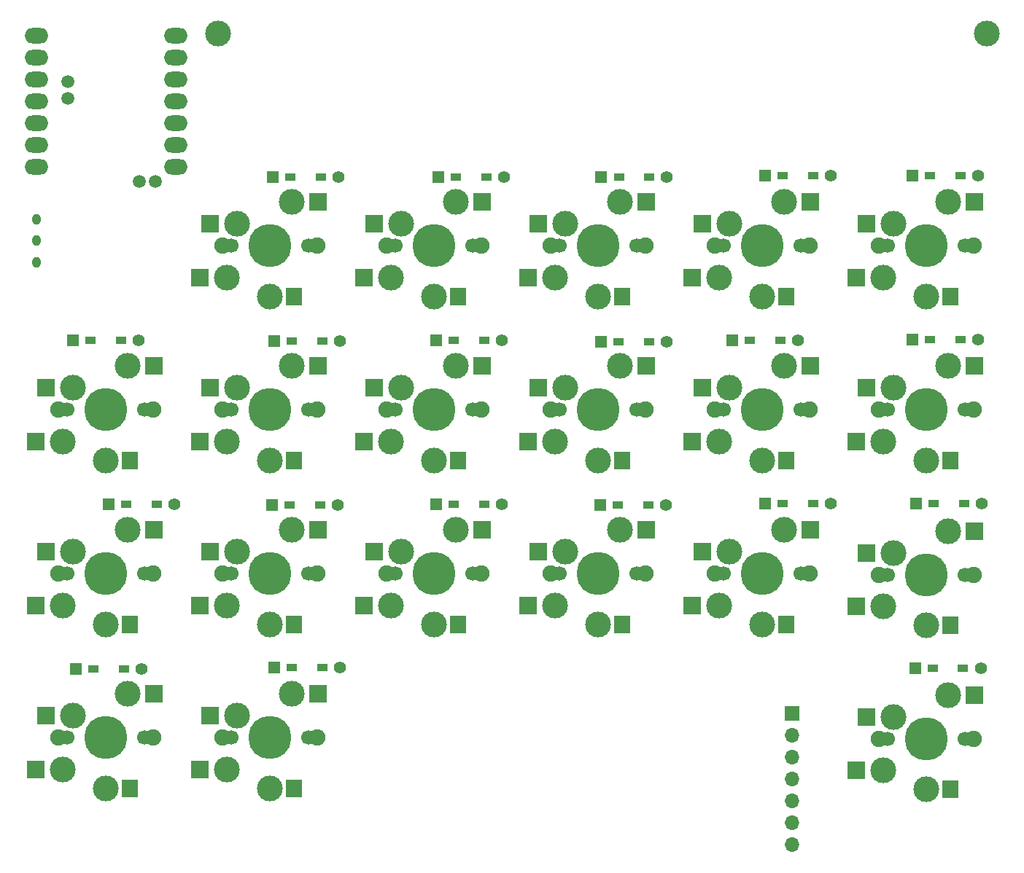
<source format=gbr>
%TF.GenerationSoftware,KiCad,Pcbnew,8.0.7*%
%TF.CreationDate,2025-02-26T14:12:20+09:00*%
%TF.ProjectId,cool642tb_R,636f6f6c-3634-4327-9462-5f522e6b6963,rev?*%
%TF.SameCoordinates,Original*%
%TF.FileFunction,Soldermask,Bot*%
%TF.FilePolarity,Negative*%
%FSLAX46Y46*%
G04 Gerber Fmt 4.6, Leading zero omitted, Abs format (unit mm)*
G04 Created by KiCad (PCBNEW 8.0.7) date 2025-02-26 14:12:20*
%MOMM*%
%LPD*%
G01*
G04 APERTURE LIST*
%ADD10R,1.397000X1.397000*%
%ADD11R,1.300000X0.950000*%
%ADD12C,1.397000*%
%ADD13C,1.900000*%
%ADD14C,1.700000*%
%ADD15C,3.000000*%
%ADD16C,5.000000*%
%ADD17R,2.000000X2.000000*%
%ADD18R,1.900000X2.000000*%
%ADD19O,1.000000X1.300000*%
%ADD20O,2.750000X1.800000*%
%ADD21C,1.500000*%
%ADD22R,1.700000X1.700000*%
%ADD23O,1.700000X1.700000*%
G04 APERTURE END LIST*
D10*
%TO.C,D7*%
X19340000Y-30010000D03*
D11*
X21375000Y-30010000D03*
X24925000Y-30010000D03*
D12*
X26960000Y-30010000D03*
%TD*%
D10*
%TO.C,D11*%
X38370000Y-30100000D03*
D11*
X40405000Y-30100000D03*
X43955000Y-30100000D03*
D12*
X45990000Y-30100000D03*
%TD*%
D13*
%TO.C,SW1*%
X-5500000Y0D03*
D14*
X-5080000Y0D03*
D15*
X-5000000Y-3700000D03*
D14*
X-4500000Y0D03*
D15*
X-3810000Y2540000D03*
D16*
X0Y0D03*
D15*
X0Y-5900000D03*
X2540000Y5080000D03*
D14*
X4500000Y0D03*
X5080000Y0D03*
D13*
X5500000Y0D03*
D17*
X-8100000Y-3700000D03*
X-6900000Y2540000D03*
D18*
X2800000Y-5900000D03*
D17*
X5600000Y5080000D03*
%TD*%
D10*
%TO.C,D20*%
X74900000Y-49060000D03*
D11*
X76935000Y-49060000D03*
X80485000Y-49060000D03*
D12*
X82520000Y-49060000D03*
%TD*%
D13*
%TO.C,SW8*%
X-24550000Y-38100000D03*
D14*
X-24130000Y-38100000D03*
D15*
X-24050000Y-41800000D03*
D14*
X-23550000Y-38100000D03*
D15*
X-22860000Y-35560000D03*
D16*
X-19050000Y-38100000D03*
D15*
X-19050000Y-44000000D03*
X-16510000Y-33020000D03*
D14*
X-14550000Y-38100000D03*
X-13970000Y-38100000D03*
D13*
X-13550000Y-38100000D03*
D17*
X-27150000Y-41800000D03*
X-25950000Y-35560000D03*
D18*
X-16250000Y-44000000D03*
D17*
X-13450000Y-33020000D03*
%TD*%
D10*
%TO.C,D13*%
X57500000Y8140000D03*
D11*
X59535000Y8140000D03*
X63085000Y8140000D03*
D12*
X65120000Y8140000D03*
%TD*%
D13*
%TO.C,SW15*%
X51650000Y-38100000D03*
D14*
X52070000Y-38100000D03*
D15*
X52150000Y-41800000D03*
D14*
X52650000Y-38100000D03*
D15*
X53340000Y-35560000D03*
D16*
X57150000Y-38100000D03*
D15*
X57150000Y-44000000D03*
X59690000Y-33020000D03*
D14*
X61650000Y-38100000D03*
X62230000Y-38100000D03*
D13*
X62650000Y-38100000D03*
D17*
X49050000Y-41800000D03*
X50250000Y-35560000D03*
D18*
X59950000Y-44000000D03*
D17*
X62750000Y-33020000D03*
%TD*%
D13*
%TO.C,SW16*%
X-5500000Y-57150000D03*
D14*
X-5080000Y-57150000D03*
D15*
X-5000000Y-60850000D03*
D14*
X-4500000Y-57150000D03*
D15*
X-3810000Y-54610000D03*
D16*
X0Y-57150000D03*
D15*
X0Y-63050000D03*
X2540000Y-52070000D03*
D14*
X4500000Y-57150000D03*
X5080000Y-57150000D03*
D13*
X5500000Y-57150000D03*
D17*
X-8100000Y-60850000D03*
X-6900000Y-54610000D03*
D18*
X2800000Y-63050000D03*
D17*
X5600000Y-52070000D03*
%TD*%
D19*
%TO.C,SW21*%
X-27100000Y-1890000D03*
X-27100000Y610000D03*
X-27100000Y3110000D03*
%TD*%
D13*
%TO.C,SW13*%
X51650000Y0D03*
D14*
X52070000Y0D03*
D15*
X52150000Y-3700000D03*
D14*
X52650000Y0D03*
D15*
X53340000Y2540000D03*
D16*
X57150000Y0D03*
D15*
X57150000Y-5900000D03*
X59690000Y5080000D03*
D14*
X61650000Y0D03*
X62230000Y0D03*
D13*
X62650000Y0D03*
D17*
X49050000Y-3700000D03*
X50250000Y2540000D03*
D18*
X59950000Y-5900000D03*
D17*
X62750000Y5080000D03*
%TD*%
D10*
%TO.C,D15*%
X57500000Y-29950000D03*
D11*
X59535000Y-29950000D03*
X63085000Y-29950000D03*
D12*
X65120000Y-29950000D03*
%TD*%
D10*
%TO.C,D1*%
X350000Y8000000D03*
D11*
X2385000Y8000000D03*
X5935000Y8000000D03*
D12*
X7970000Y8000000D03*
%TD*%
D10*
%TO.C,D9*%
X38490000Y8000000D03*
D11*
X40525000Y8000000D03*
X44075000Y8000000D03*
D12*
X46110000Y8000000D03*
%TD*%
D10*
%TO.C,D17*%
X74630000Y8180000D03*
D11*
X76665000Y8180000D03*
X80215000Y8180000D03*
D12*
X82250000Y8180000D03*
%TD*%
D10*
%TO.C,D4*%
X-22850000Y-10950000D03*
D11*
X-20815000Y-10950000D03*
X-17265000Y-10950000D03*
D12*
X-15230000Y-10950000D03*
%TD*%
D10*
%TO.C,D16*%
X520000Y-48970000D03*
D11*
X2555000Y-48970000D03*
X6105000Y-48970000D03*
D12*
X8140000Y-48970000D03*
%TD*%
D13*
%TO.C,SW17*%
X70700000Y0D03*
D14*
X71120000Y0D03*
D15*
X71200000Y-3700000D03*
D14*
X71700000Y0D03*
D15*
X72390000Y2540000D03*
D16*
X76200000Y0D03*
D15*
X76200000Y-5900000D03*
X78740000Y5080000D03*
D14*
X80700000Y0D03*
X81280000Y0D03*
D13*
X81700000Y0D03*
D17*
X68100000Y-3700000D03*
X69300000Y2540000D03*
D18*
X79000000Y-5900000D03*
D17*
X81800000Y5080000D03*
%TD*%
D10*
%TO.C,D3*%
X295000Y-30130000D03*
D11*
X2330000Y-30130000D03*
X5880000Y-30130000D03*
D12*
X7915000Y-30130000D03*
%TD*%
D10*
%TO.C,D19*%
X75045000Y-29940000D03*
D11*
X77080000Y-29940000D03*
X80630000Y-29940000D03*
D12*
X82665000Y-29940000D03*
%TD*%
D13*
%TO.C,SW11*%
X32600000Y-38100000D03*
D14*
X33020000Y-38100000D03*
D15*
X33100000Y-41800000D03*
D14*
X33600000Y-38100000D03*
D15*
X34290000Y-35560000D03*
D16*
X38100000Y-38100000D03*
D15*
X38100000Y-44000000D03*
X40640000Y-33020000D03*
D14*
X42600000Y-38100000D03*
X43180000Y-38100000D03*
D13*
X43600000Y-38100000D03*
D17*
X30000000Y-41800000D03*
X31200000Y-35560000D03*
D18*
X40900000Y-44000000D03*
D17*
X43700000Y-33020000D03*
%TD*%
D13*
%TO.C,SW12*%
X-24550000Y-57150000D03*
D14*
X-24130000Y-57150000D03*
D15*
X-24050000Y-60850000D03*
D14*
X-23550000Y-57150000D03*
D15*
X-22860000Y-54610000D03*
D16*
X-19050000Y-57150000D03*
D15*
X-19050000Y-63050000D03*
X-16510000Y-52070000D03*
D14*
X-14550000Y-57150000D03*
X-13970000Y-57150000D03*
D13*
X-13550000Y-57150000D03*
D17*
X-27150000Y-60850000D03*
X-25950000Y-54610000D03*
D18*
X-16250000Y-63050000D03*
D17*
X-13450000Y-52070000D03*
%TD*%
D13*
%TO.C,SW19*%
X70700000Y-38200000D03*
D14*
X71120000Y-38200000D03*
D15*
X71200000Y-41900000D03*
D14*
X71700000Y-38200000D03*
D15*
X72390000Y-35660000D03*
D16*
X76200000Y-38200000D03*
D15*
X76200000Y-44100000D03*
X78740000Y-33120000D03*
D14*
X80700000Y-38200000D03*
X81280000Y-38200000D03*
D13*
X81700000Y-38200000D03*
D17*
X68100000Y-41900000D03*
X69300000Y-35660000D03*
D18*
X79000000Y-44100000D03*
D17*
X81800000Y-33120000D03*
%TD*%
D13*
%TO.C,SW20*%
X70700000Y-57250000D03*
D14*
X71120000Y-57250000D03*
D15*
X71200000Y-60950000D03*
D14*
X71700000Y-57250000D03*
D15*
X72390000Y-54710000D03*
D16*
X76200000Y-57250000D03*
D15*
X76200000Y-63150000D03*
X78740000Y-52170000D03*
D14*
X80700000Y-57250000D03*
X81280000Y-57250000D03*
D13*
X81700000Y-57250000D03*
D17*
X68100000Y-60950000D03*
X69300000Y-54710000D03*
D18*
X79000000Y-63150000D03*
D17*
X81800000Y-52170000D03*
%TD*%
D13*
%TO.C,SW3*%
X-5500000Y-38100000D03*
D14*
X-5080000Y-38100000D03*
D15*
X-5000000Y-41800000D03*
D14*
X-4500000Y-38100000D03*
D15*
X-3810000Y-35560000D03*
D16*
X0Y-38100000D03*
D15*
X0Y-44000000D03*
X2540000Y-33020000D03*
D14*
X4500000Y-38100000D03*
X5080000Y-38100000D03*
D13*
X5500000Y-38100000D03*
D17*
X-8100000Y-41800000D03*
X-6900000Y-35560000D03*
D18*
X2800000Y-44000000D03*
D17*
X5600000Y-33020000D03*
%TD*%
D10*
%TO.C,D10*%
X38430000Y-11150000D03*
D11*
X40465000Y-11150000D03*
X44015000Y-11150000D03*
D12*
X46050000Y-11150000D03*
%TD*%
D13*
%TO.C,SW7*%
X13550000Y-38100000D03*
D14*
X13970000Y-38100000D03*
D15*
X14050000Y-41800000D03*
D14*
X14550000Y-38100000D03*
D15*
X15240000Y-35560000D03*
D16*
X19050000Y-38100000D03*
D15*
X19050000Y-44000000D03*
X21590000Y-33020000D03*
D14*
X23550000Y-38100000D03*
X24130000Y-38100000D03*
D13*
X24550000Y-38100000D03*
D17*
X10950000Y-41800000D03*
X12150000Y-35560000D03*
D18*
X21850000Y-44000000D03*
D17*
X24650000Y-33020000D03*
%TD*%
D13*
%TO.C,SW10*%
X32600000Y-19050000D03*
D14*
X33020000Y-19050000D03*
D15*
X33100000Y-22750000D03*
D14*
X33600000Y-19050000D03*
D15*
X34290000Y-16510000D03*
D16*
X38100000Y-19050000D03*
D15*
X38100000Y-24950000D03*
X40640000Y-13970000D03*
D14*
X42600000Y-19050000D03*
X43180000Y-19050000D03*
D13*
X43600000Y-19050000D03*
D17*
X30000000Y-22750000D03*
X31200000Y-16510000D03*
D18*
X40900000Y-24950000D03*
D17*
X43700000Y-13970000D03*
%TD*%
D20*
%TO.C,U1*%
X-27110000Y24450000D03*
X-27110000Y21910000D03*
X-27110000Y19370000D03*
X-27110000Y16830000D03*
X-27110000Y14290000D03*
X-27110000Y11750000D03*
X-27110000Y9210000D03*
X-10870000Y9210000D03*
X-10870000Y11750000D03*
X-10870000Y14290000D03*
X-10870000Y16830000D03*
X-10870000Y19370000D03*
X-10870000Y21910000D03*
X-10870000Y24450000D03*
D21*
X-15154600Y7518000D03*
X-13275000Y7518000D03*
X-23435000Y17147000D03*
X-23435000Y19052000D03*
%TD*%
D10*
%TO.C,D2*%
X500000Y-11080000D03*
D11*
X2535000Y-11080000D03*
X6085000Y-11080000D03*
D12*
X8120000Y-11080000D03*
%TD*%
D22*
%TO.C,J1*%
X60590000Y-54350000D03*
D23*
X60590000Y-56890000D03*
X60590000Y-59430000D03*
X60590000Y-61970000D03*
X60590000Y-64510000D03*
X60590000Y-67050000D03*
X60590000Y-69590000D03*
%TD*%
D10*
%TO.C,D6*%
X19340000Y-10980000D03*
D11*
X21375000Y-10980000D03*
X24925000Y-10980000D03*
D12*
X26960000Y-10980000D03*
%TD*%
D13*
%TO.C,SW5*%
X13550000Y0D03*
D14*
X13970000Y0D03*
D15*
X14050000Y-3700000D03*
D14*
X14550000Y0D03*
D15*
X15240000Y2540000D03*
D16*
X19050000Y0D03*
D15*
X19050000Y-5900000D03*
X21590000Y5080000D03*
D14*
X23550000Y0D03*
X24130000Y0D03*
D13*
X24550000Y0D03*
D17*
X10950000Y-3700000D03*
X12150000Y2540000D03*
D18*
X21850000Y-5900000D03*
D17*
X24650000Y5080000D03*
%TD*%
D13*
%TO.C,SW6*%
X13550000Y-19050000D03*
D14*
X13970000Y-19050000D03*
D15*
X14050000Y-22750000D03*
D14*
X14550000Y-19050000D03*
D15*
X15240000Y-16510000D03*
D16*
X19050000Y-19050000D03*
D15*
X19050000Y-24950000D03*
X21590000Y-13970000D03*
D14*
X23550000Y-19050000D03*
X24130000Y-19050000D03*
D13*
X24550000Y-19050000D03*
D17*
X10950000Y-22750000D03*
X12150000Y-16510000D03*
D18*
X21850000Y-24950000D03*
D17*
X24650000Y-13970000D03*
%TD*%
D13*
%TO.C,SW9*%
X32600000Y0D03*
D14*
X33020000Y0D03*
D15*
X33100000Y-3700000D03*
D14*
X33600000Y0D03*
D15*
X34290000Y2540000D03*
D16*
X38100000Y0D03*
D15*
X38100000Y-5900000D03*
X40640000Y5080000D03*
D14*
X42600000Y0D03*
X43180000Y0D03*
D13*
X43600000Y0D03*
D17*
X30000000Y-3700000D03*
X31200000Y2540000D03*
D18*
X40900000Y-5900000D03*
D17*
X43700000Y5080000D03*
%TD*%
D13*
%TO.C,SW4*%
X-24550000Y-19050000D03*
D14*
X-24130000Y-19050000D03*
D15*
X-24050000Y-22750000D03*
D14*
X-23550000Y-19050000D03*
D15*
X-22860000Y-16510000D03*
D16*
X-19050000Y-19050000D03*
D15*
X-19050000Y-24950000D03*
X-16510000Y-13970000D03*
D14*
X-14550000Y-19050000D03*
X-13970000Y-19050000D03*
D13*
X-13550000Y-19050000D03*
D17*
X-27150000Y-22750000D03*
X-25950000Y-16510000D03*
D18*
X-16250000Y-24950000D03*
D17*
X-13450000Y-13970000D03*
%TD*%
D10*
%TO.C,D8*%
X-18680000Y-29980000D03*
D11*
X-16645000Y-29980000D03*
X-13095000Y-29980000D03*
D12*
X-11060000Y-29980000D03*
%TD*%
D15*
%TO.C,BT1*%
X-6020000Y24670000D03*
X83250000Y24710000D03*
%TD*%
D10*
%TO.C,D14*%
X53680000Y-10930000D03*
D11*
X55715000Y-10930000D03*
X59265000Y-10930000D03*
D12*
X61300000Y-10930000D03*
%TD*%
D10*
%TO.C,D12*%
X-22500000Y-49140000D03*
D11*
X-20465000Y-49140000D03*
X-16915000Y-49140000D03*
D12*
X-14880000Y-49140000D03*
%TD*%
D10*
%TO.C,D5*%
X19600000Y8040000D03*
D11*
X21635000Y8040000D03*
X25185000Y8040000D03*
D12*
X27220000Y8040000D03*
%TD*%
D13*
%TO.C,SW2*%
X-5500000Y-19050000D03*
D14*
X-5080000Y-19050000D03*
D15*
X-5000000Y-22750000D03*
D14*
X-4500000Y-19050000D03*
D15*
X-3810000Y-16510000D03*
D16*
X0Y-19050000D03*
D15*
X0Y-24950000D03*
X2540000Y-13970000D03*
D14*
X4500000Y-19050000D03*
X5080000Y-19050000D03*
D13*
X5500000Y-19050000D03*
D17*
X-8100000Y-22750000D03*
X-6900000Y-16510000D03*
D18*
X2800000Y-24950000D03*
D17*
X5600000Y-13970000D03*
%TD*%
D13*
%TO.C,SW18*%
X70700000Y-19050000D03*
D14*
X71120000Y-19050000D03*
D15*
X71200000Y-22750000D03*
D14*
X71700000Y-19050000D03*
D15*
X72390000Y-16510000D03*
D16*
X76200000Y-19050000D03*
D15*
X76200000Y-24950000D03*
X78740000Y-13970000D03*
D14*
X80700000Y-19050000D03*
X81280000Y-19050000D03*
D13*
X81700000Y-19050000D03*
D17*
X68100000Y-22750000D03*
X69300000Y-16510000D03*
D18*
X79000000Y-24950000D03*
D17*
X81800000Y-13970000D03*
%TD*%
D13*
%TO.C,SW14*%
X51650000Y-19050000D03*
D14*
X52070000Y-19050000D03*
D15*
X52150000Y-22750000D03*
D14*
X52650000Y-19050000D03*
D15*
X53340000Y-16510000D03*
D16*
X57150000Y-19050000D03*
D15*
X57150000Y-24950000D03*
X59690000Y-13970000D03*
D14*
X61650000Y-19050000D03*
X62230000Y-19050000D03*
D13*
X62650000Y-19050000D03*
D17*
X49050000Y-22750000D03*
X50250000Y-16510000D03*
D18*
X59950000Y-24950000D03*
D17*
X62750000Y-13970000D03*
%TD*%
D10*
%TO.C,D18*%
X74600000Y-10860000D03*
D11*
X76635000Y-10860000D03*
X80185000Y-10860000D03*
D12*
X82220000Y-10860000D03*
%TD*%
M02*

</source>
